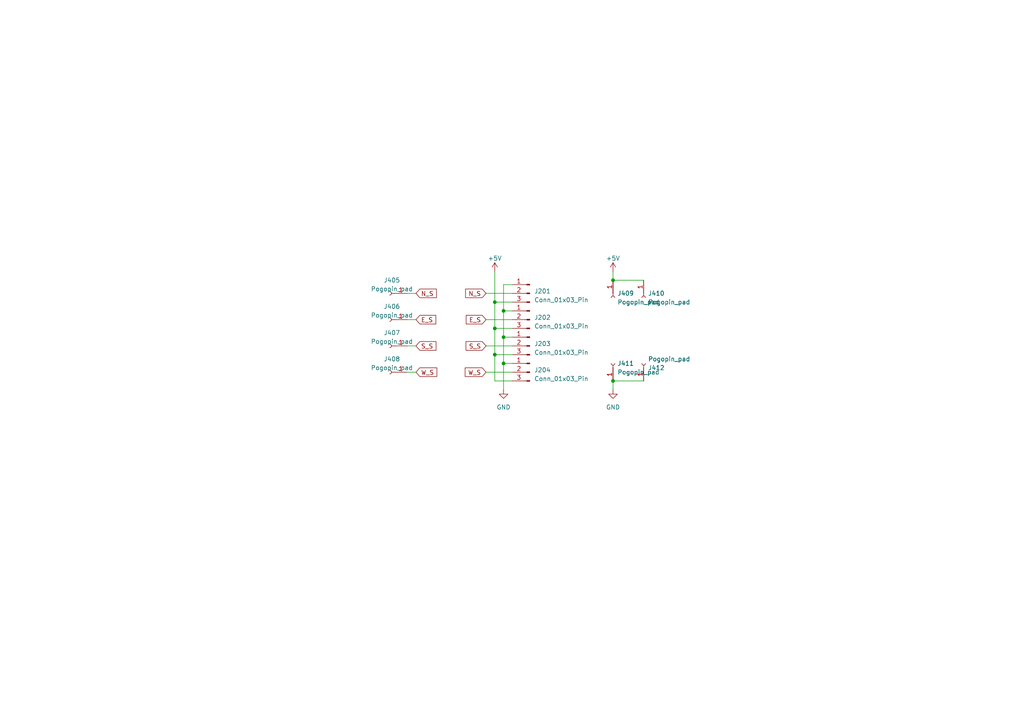
<source format=kicad_sch>
(kicad_sch (version 20230121) (generator eeschema)
  (paper "A4")
  (lib_symbols
    (symbol "Connector:Conn_01x01_Socket" (pin_names (offset 1.016) hide)
      (property "Reference" "J" (at 0 2.54 0))
      (property "Value" "Conn_01x01_Socket" (at 0 -2.54 0))
      (symbol "Conn_01x01_Socket_1_1"
        (polyline (pts (xy -1.27 0) (xy -0.508 0)) (stroke (width 0.1524)))
        (arc (start 0 0.508) (mid -0.5058 0) (end 0 -0.508) (stroke (width 0.1524)))
        (pin passive line (at -5.08 0 0) (length 3.81) (name "Pin_1") (number "1"))
      )
    )
    (symbol "Connector:Conn_01x03_Pin" (pin_names (offset 1.016) hide)
      (property "Reference" "J" (at 0 5.08 0))
      (property "Value" "Conn_01x03_Pin" (at 0 -5.08 0))
      (symbol "Conn_01x03_Pin_1_1"
        (polyline (pts (xy 1.27 -2.54) (xy 0.8636 -2.54)) (stroke (width 0.1524)))
        (polyline (pts (xy 1.27 0) (xy 0.8636 0)) (stroke (width 0.1524)))
        (polyline (pts (xy 1.27 2.54) (xy 0.8636 2.54)) (stroke (width 0.1524)))
        (rectangle (start 0.8636 -2.413) (end 0 -2.667) (stroke (width 0.1524)) (fill (type outline)))
        (rectangle (start 0.8636 0.127) (end 0 -0.127) (stroke (width 0.1524)) (fill (type outline)))
        (rectangle (start 0.8636 2.667) (end 0 2.413) (stroke (width 0.1524)) (fill (type outline)))
        (pin passive line (at 5.08 2.54 180) (length 3.81) (name "Pin_1") (number "1"))
        (pin passive line (at 5.08 0 180) (length 3.81) (name "Pin_2") (number "2"))
        (pin passive line (at 5.08 -2.54 180) (length 3.81) (name "Pin_3") (number "3"))
      )
    )
    (symbol "power:+5V" (power) (pin_names (offset 0))
      (property "Value" "+5V" (at 0 3.556 0))
      (symbol "+5V_0_1"
        (polyline (pts (xy -0.762 1.27) (xy 0 2.54)))
        (polyline (pts (xy 0 0) (xy 0 2.54)))
        (polyline (pts (xy 0 2.54) (xy 0.762 1.27)))
      )
      (symbol "+5V_1_1"
        (pin power_in line (at 0 0 90) (length 0) hide (name "+5V") (number "1"))
      )
    )
    (symbol "power:GND" (power) (pin_names (offset 0))
      (property "Value" "GND" (at 0 -3.81 0))
      (symbol "GND_0_1"
        (polyline (pts (xy 0 0) (xy 0 -1.27) (xy 1.27 -1.27) (xy 0 -2.54) (xy -1.27 -1.27) (xy 0 -1.27)))
      )
      (symbol "GND_1_1"
        (pin power_in line (at 0 0 270) (length 0) hide (name "GND") (number "1"))
      )
    )
  )
  (junction (at 177.8 110.49))
  (junction (at 146.05 105.41))
  (junction (at 143.51 102.87))
  (junction (at 143.51 87.63))
  (junction (at 146.05 97.79))
  (junction (at 143.51 95.25))
  (junction (at 146.05 90.17))
  (junction (at 177.8 81.28))
  (wire (pts (xy 143.51 102.87) (xy 148.59 102.87)))
  (wire (pts (xy 120.65 85.09) (xy 118.11 85.09)))
  (wire (pts (xy 146.05 97.79) (xy 146.05 90.17)))
  (wire (pts (xy 143.51 87.63) (xy 143.51 95.25)))
  (wire (pts (xy 146.05 82.55) (xy 148.59 82.55)))
  (wire (pts (xy 140.97 107.95) (xy 148.59 107.95)))
  (wire (pts (xy 143.51 110.49) (xy 148.59 110.49)))
  (wire (pts (xy 146.05 90.17) (xy 146.05 82.55)))
  (wire (pts (xy 143.51 95.25) (xy 143.51 102.87)))
  (wire (pts (xy 120.65 100.33) (xy 118.11 100.33)))
  (wire (pts (xy 177.8 110.49) (xy 186.69 110.49)))
  (wire (pts (xy 146.05 97.79) (xy 148.59 97.79)))
  (wire (pts (xy 148.59 85.09) (xy 140.97 85.09)))
  (wire (pts (xy 143.51 78.74) (xy 143.51 87.63)))
  (wire (pts (xy 146.05 113.03) (xy 146.05 105.41)))
  (wire (pts (xy 177.8 81.28) (xy 186.69 81.28)))
  (wire (pts (xy 140.97 100.33) (xy 148.59 100.33)))
  (wire (pts (xy 177.8 78.74) (xy 177.8 81.28)))
  (wire (pts (xy 120.65 92.71) (xy 118.11 92.71)))
  (wire (pts (xy 177.8 110.49) (xy 177.8 113.03)))
  (wire (pts (xy 146.05 105.41) (xy 146.05 97.79)))
  (wire (pts (xy 143.51 102.87) (xy 143.51 110.49)))
  (wire (pts (xy 146.05 90.17) (xy 148.59 90.17)))
  (wire (pts (xy 140.97 92.71) (xy 148.59 92.71)))
  (wire (pts (xy 120.65 107.95) (xy 118.11 107.95)))
  (wire (pts (xy 143.51 95.25) (xy 148.59 95.25)))
  (wire (pts (xy 148.59 105.41) (xy 146.05 105.41)))
  (wire (pts (xy 148.59 87.63) (xy 143.51 87.63)))
  (global_label "W_S" (shape input) (at 120.65 107.95 0) (property "Intersheetrefs" "${INTERSHEET_REFS}" (effects hide)))
  (global_label "N_S" (shape input) (at 120.65 85.09 0) (property "Intersheetrefs" "${INTERSHEET_REFS}" (effects hide)))
  (global_label "N_S" (shape input) (at 140.97 85.09 180) (property "Intersheetrefs" "${INTERSHEET_REFS}" (effects hide)))
  (global_label "E_S" (shape input) (at 120.65 92.71 0) (property "Intersheetrefs" "${INTERSHEET_REFS}" (effects hide)))
  (global_label "S_S" (shape input) (at 120.65 100.33 0) (property "Intersheetrefs" "${INTERSHEET_REFS}" (effects hide)))
  (global_label "E_S" (shape input) (at 140.97 92.71 180) (property "Intersheetrefs" "${INTERSHEET_REFS}" (effects hide)))
  (global_label "S_S" (shape input) (at 140.97 100.33 180) (property "Intersheetrefs" "${INTERSHEET_REFS}" (effects hide)))
  (global_label "W_S" (shape input) (at 140.97 107.95 180) (property "Intersheetrefs" "${INTERSHEET_REFS}" (effects hide)))
  (symbol (lib_id "Connector:Conn_01x01_Socket") (at 186.69 86.36 270) (unit 1)
    (property "Reference" "J410" (at 187.96 85.09 90) (effects (justify left)))
    (property "Value" "Pogopin_pad" (at 187.96 87.63 90) (effects (justify left)))
    (property "Footprint" "LIB:Pogopin_pad" (effects hide))
  )
  (symbol (lib_id "Connector:Conn_01x01_Socket") (at 113.03 107.95 180) (unit 1)
    (property "Reference" "J408" (at 113.665 104.14 0))
    (property "Value" "Pogopin_pad" (at 113.665 106.68 0))
    (property "Footprint" "LIB:Pogopin_pad" (effects hide))
  )
  (symbol (lib_id "Connector:Conn_01x03_Pin") (at 153.67 107.95 0) (mirror y) (unit 1)
    (property "Reference" "J204" (at 154.94 107.315 0) (effects (justify right)))
    (property "Value" "Conn_01x03_Pin" (at 154.94 109.855 0) (effects (justify right)))
    (property "Footprint" "Connector_PinHeader_2.00mm:PinHeader_1x03_P2.00mm_Vertical" (effects hide))
    (instances (project "logic" (path "" (reference "J204") (unit 1)) (path "" (reference "J404") (unit 1))))
  )
  (symbol (lib_id "power:+5V") (at 143.51 78.74 0) (unit 1)
    (property "Reference" "#PWR0105" (effects hide))
    (property "Value" "+5V" (at 143.51 74.93 0))
    (instances (project "logic" (path "" (reference "#PWR0105") (unit 1)) (path "" (reference "#PWR0203") (unit 1)) (path "" (reference "#PWR0403") (unit 1))))
  )
  (symbol (lib_id "power:GND") (at 146.05 113.03 0) (unit 1)
    (property "Reference" "#PWR0108" (effects hide))
    (property "Value" "GND" (at 146.05 118.11 0))
    (instances (project "logic" (path "" (reference "#PWR0108") (unit 1)) (path "" (reference "#PWR0204") (unit 1)) (path "" (reference "#PWR0404") (unit 1))))
  )
  (symbol (lib_id "Connector:Conn_01x03_Pin") (at 153.67 100.33 0) (mirror y) (unit 1)
    (property "Reference" "J203" (at 154.94 99.695 0) (effects (justify right)))
    (property "Value" "Conn_01x03_Pin" (at 154.94 102.235 0) (effects (justify right)))
    (property "Footprint" "Connector_PinHeader_2.00mm:PinHeader_1x03_P2.00mm_Vertical" (effects hide))
    (instances (project "logic" (path "" (reference "J203") (unit 1)) (path "" (reference "J403") (unit 1))))
  )
  (symbol (lib_id "Connector:Conn_01x01_Socket") (at 177.8 105.41 270) (mirror x) (unit 1)
    (property "Reference" "J411" (at 179.07 105.41 90) (effects (justify left)))
    (property "Value" "Pogopin_pad" (at 179.07 107.95 90) (effects (justify left)))
    (property "Footprint" "LIB:Pogopin_pad" (effects hide))
  )
  (symbol (lib_id "Connector:Conn_01x01_Socket") (at 113.03 85.09 180) (unit 1)
    (property "Reference" "J405" (at 113.665 81.28 0))
    (property "Value" "Pogopin_pad" (at 113.665 83.82 0))
    (property "Footprint" "LIB:Pogopin_pad" (effects hide))
  )
  (symbol (lib_id "Connector:Conn_01x01_Socket") (at 177.8 86.36 270) (unit 1)
    (property "Reference" "J409" (at 179.07 85.09 90) (effects (justify left)))
    (property "Value" "Pogopin_pad" (at 179.07 87.63 90) (effects (justify left)))
    (property "Footprint" "LIB:Pogopin_pad" (effects hide))
  )
  (symbol (lib_id "Connector:Conn_01x01_Socket") (at 186.69 105.41 270) (mirror x) (unit 1)
    (property "Reference" "J412" (at 187.96 106.68 90) (effects (justify left)))
    (property "Value" "Pogopin_pad" (at 187.96 104.14 90) (effects (justify left)))
    (property "Footprint" "LIB:Pogopin_pad" (effects hide))
  )
  (symbol (lib_id "Connector:Conn_01x01_Socket") (at 113.03 92.71 180) (unit 1)
    (property "Reference" "J406" (at 113.665 88.9 0))
    (property "Value" "Pogopin_pad" (at 113.665 91.44 0))
    (property "Footprint" "LIB:Pogopin_pad" (effects hide))
  )
  (symbol (lib_id "power:+5V") (at 177.8 78.74 0) (unit 1)
    (property "Reference" "#PWR0401" (effects hide))
    (property "Value" "+5V" (at 177.8 74.93 0))
  )
  (symbol (lib_id "Connector:Conn_01x03_Pin") (at 153.67 85.09 0) (mirror y) (unit 1)
    (property "Reference" "J201" (at 154.94 84.455 0) (effects (justify right)))
    (property "Value" "Conn_01x03_Pin" (at 154.94 86.995 0) (effects (justify right)))
    (property "Footprint" "Connector_PinHeader_2.00mm:PinHeader_1x03_P2.00mm_Vertical" (effects hide))
    (instances (project "logic" (path "" (reference "J201") (unit 1)) (path "" (reference "J401") (unit 1))))
  )
  (symbol (lib_id "Connector:Conn_01x01_Socket") (at 113.03 100.33 180) (unit 1)
    (property "Reference" "J407" (at 113.665 96.52 0))
    (property "Value" "Pogopin_pad" (at 113.665 99.06 0))
    (property "Footprint" "LIB:Pogopin_pad" (effects hide))
  )
  (symbol (lib_id "power:GND") (at 177.8 113.03 0) (unit 1)
    (property "Reference" "#PWR0402" (effects hide))
    (property "Value" "GND" (at 177.8 118.11 0))
  )
  (symbol (lib_id "Connector:Conn_01x03_Pin") (at 153.67 92.71 0) (mirror y) (unit 1)
    (property "Reference" "J202" (at 154.94 92.075 0) (effects (justify right)))
    (property "Value" "Conn_01x03_Pin" (at 154.94 94.615 0) (effects (justify right)))
    (property "Footprint" "Connector_PinHeader_2.00mm:PinHeader_1x03_P2.00mm_Vertical" (effects hide))
    (instances (project "logic" (path "" (reference "J202") (unit 1)) (path "" (reference "J402") (unit 1))))
  )
)
</source>
